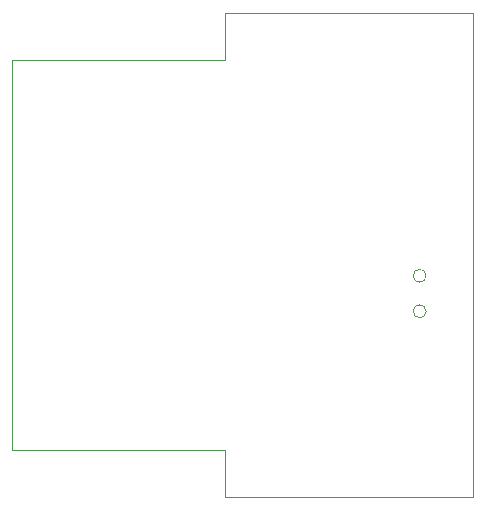
<source format=gbr>
%TF.GenerationSoftware,KiCad,Pcbnew,(6.0.4-0)*%
%TF.CreationDate,2024-03-24T20:00:40+02:00*%
%TF.ProjectId,Project_PCB_v1,50726f6a-6563-4745-9f50-43425f76312e,rev?*%
%TF.SameCoordinates,Original*%
%TF.FileFunction,Profile,NP*%
%FSLAX46Y46*%
G04 Gerber Fmt 4.6, Leading zero omitted, Abs format (unit mm)*
G04 Created by KiCad (PCBNEW (6.0.4-0)) date 2024-03-24 20:00:40*
%MOMM*%
%LPD*%
G01*
G04 APERTURE LIST*
%TA.AperFunction,Profile*%
%ADD10C,0.100000*%
%TD*%
G04 APERTURE END LIST*
D10*
X86000000Y-66500000D02*
X104000000Y-66500000D01*
X125000000Y-103500000D02*
X125000000Y-62500000D01*
X121050000Y-84750000D02*
G75*
G03*
X121050000Y-84750000I-550000J0D01*
G01*
X86000000Y-99500000D02*
X104000000Y-99500000D01*
X121050000Y-87750000D02*
G75*
G03*
X121050000Y-87750000I-550000J0D01*
G01*
X104000000Y-99500000D02*
X104000000Y-103500000D01*
X104000000Y-103500000D02*
X125000000Y-103500000D01*
X104000000Y-66500000D02*
X104000000Y-62500000D01*
X86000000Y-99500000D02*
X86000000Y-66500000D01*
X104000000Y-62500000D02*
X125000000Y-62500000D01*
M02*

</source>
